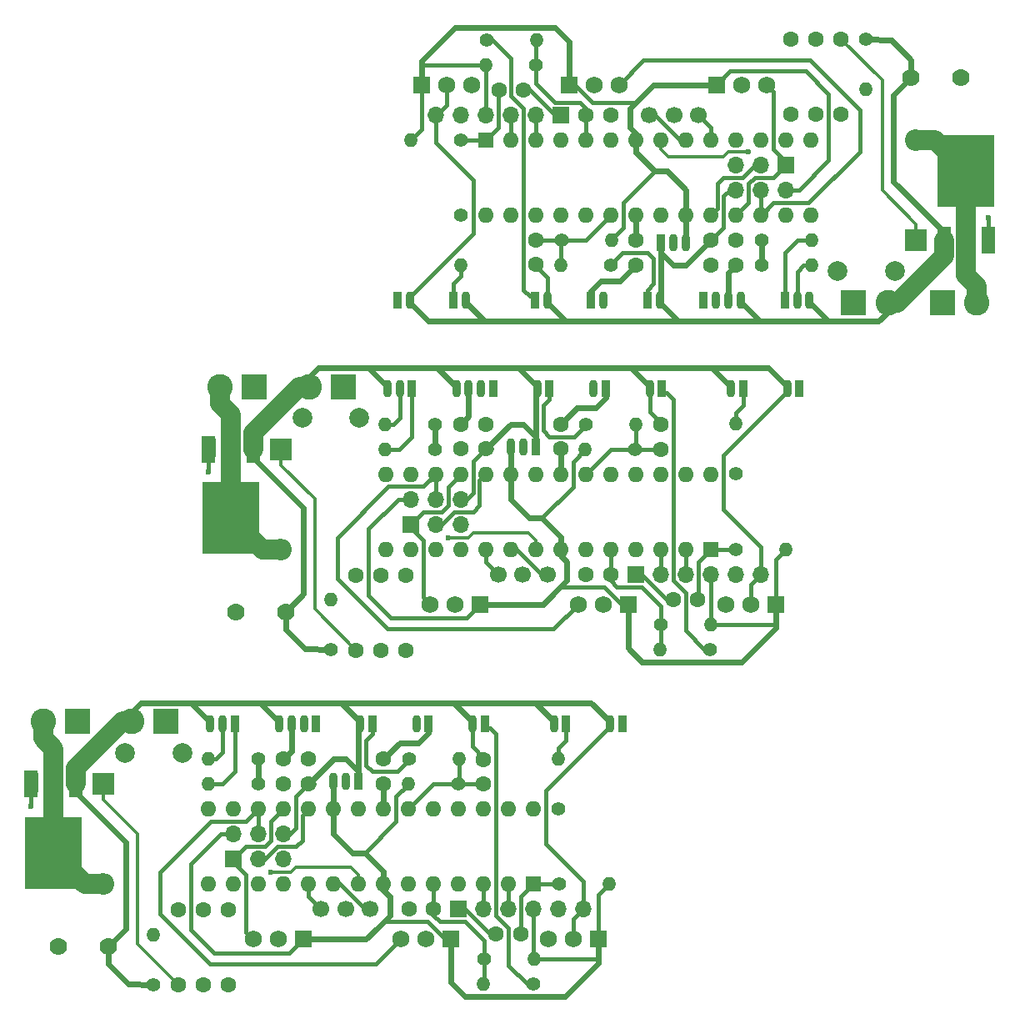
<source format=gbl>
%MOIN*%
%OFA0B0*%
%FSLAX46Y46*%
%IPPOS*%
%LPD*%
%ADD10C,0.0039370078740157488*%
%ADD11O,0.035433070866141732X0.070866141732283464*%
%ADD12R,0.035433070866141732X0.066929133858267723*%
%ADD13R,0.033464566929133861X0.066929133858267723*%
%ADD14O,0.033464566929133861X0.070866141732283464*%
%ADD15C,0.062992125984251982*%
%ADD16R,0.086614173228346469X0.086614173228346469*%
%ADD17O,0.086614173228346469X0.086614173228346469*%
%ADD18C,0.07874015748031496*%
%ADD19C,0.07*%
%ADD20R,0.066929133858267723X0.066929133858267723*%
%ADD21O,0.066929133858267723X0.066929133858267723*%
%ADD22C,0.068897637795275593*%
%ADD23R,0.068897637795275593X0.068897637795275593*%
%ADD24R,0.062992125984251982X0.062992125984251982*%
%ADD25O,0.062992125984251982X0.062992125984251982*%
%ADD26R,0.10236220472440946X0.10236220472440946*%
%ADD27C,0.10236220472440946*%
%ADD28C,0.066929133858267723*%
%ADD29C,0.055118110236220472*%
%ADD30O,0.055118110236220472X0.055118110236220472*%
%ADD31R,0.055118110236220472X0.10629921259842522*%
%ADD32R,0.2283464566929134X0.29133858267716539*%
%ADD33C,0.023622047244094488*%
%ADD34C,0.016*%
%ADD35C,0.024000000000000004*%
%ADD36C,0.012000000000000002*%
%ADD37C,0.08*%
%ADD38C,0.036000000000000004*%
%ADD49C,0.0039370078740157488*%
%ADD50O,0.035433070866141732X0.070866141732283464*%
%ADD51R,0.035433070866141732X0.066929133858267723*%
%ADD52R,0.033464566929133861X0.066929133858267723*%
%ADD53O,0.033464566929133861X0.070866141732283464*%
%ADD54C,0.062992125984251982*%
%ADD55R,0.086614173228346469X0.086614173228346469*%
%ADD56O,0.086614173228346469X0.086614173228346469*%
%ADD57C,0.07874015748031496*%
%ADD58C,0.07*%
%ADD59R,0.066929133858267723X0.066929133858267723*%
%ADD60O,0.066929133858267723X0.066929133858267723*%
%ADD61C,0.068897637795275593*%
%ADD62R,0.068897637795275593X0.068897637795275593*%
%ADD63R,0.062992125984251982X0.062992125984251982*%
%ADD64O,0.062992125984251982X0.062992125984251982*%
%ADD65R,0.10236220472440946X0.10236220472440946*%
%ADD66C,0.10236220472440946*%
%ADD67C,0.066929133858267723*%
%ADD68C,0.055118110236220472*%
%ADD69O,0.055118110236220472X0.055118110236220472*%
%ADD70R,0.055118110236220472X0.10629921259842522*%
%ADD71R,0.2283464566929134X0.29133858267716539*%
%ADD72C,0.023622047244094488*%
%ADD73C,0.016*%
%ADD74C,0.024000000000000004*%
%ADD75C,0.012000000000000002*%
%ADD76C,0.08*%
%ADD77C,0.036000000000000004*%
%ADD78C,0.0039370078740157488*%
%ADD79O,0.035433070866141732X0.070866141732283464*%
%ADD80R,0.035433070866141732X0.066929133858267723*%
%ADD81R,0.033464566929133861X0.066929133858267723*%
%ADD82O,0.033464566929133861X0.070866141732283464*%
%ADD83C,0.062992125984251982*%
%ADD84R,0.086614173228346469X0.086614173228346469*%
%ADD85O,0.086614173228346469X0.086614173228346469*%
%ADD86C,0.07874015748031496*%
%ADD87C,0.07*%
%ADD88R,0.066929133858267723X0.066929133858267723*%
%ADD89O,0.066929133858267723X0.066929133858267723*%
%ADD90C,0.068897637795275593*%
%ADD91R,0.068897637795275593X0.068897637795275593*%
%ADD92R,0.062992125984251982X0.062992125984251982*%
%ADD93O,0.062992125984251982X0.062992125984251982*%
%ADD94R,0.10236220472440946X0.10236220472440946*%
%ADD95C,0.10236220472440946*%
%ADD96C,0.066929133858267723*%
%ADD97C,0.055118110236220472*%
%ADD98O,0.055118110236220472X0.055118110236220472*%
%ADD99R,0.055118110236220472X0.10629921259842522*%
%ADD100R,0.2283464566929134X0.29133858267716539*%
%ADD101C,0.023622047244094488*%
%ADD102C,0.016*%
%ADD103C,0.024000000000000004*%
%ADD104C,0.012000000000000002*%
%ADD105C,0.08*%
%ADD106C,0.036000000000000004*%
G01*
D10*
D11*
X-0004606299Y0004527559D02*
X0001313307Y0000890551D03*
X0001263307Y0000890551D03*
D12*
X0001363307Y0000890551D03*
D13*
X0000868307Y0001122047D03*
D14*
X0000819094Y0001122047D03*
X0000769881Y0001122047D03*
D13*
X0001193307Y0001122047D03*
D14*
X0001144094Y0001122047D03*
X0001094881Y0001122047D03*
X0001045669Y0001122047D03*
D15*
X0000643700Y0000377559D03*
X0000643700Y0000077559D03*
D16*
X0000343307Y0000881299D03*
D17*
X0000343307Y0000481299D03*
D18*
X0000429133Y0001006299D03*
X0000657480Y0001006299D03*
D19*
X0000363307Y0000231299D03*
X0000163307Y0000231299D03*
D20*
X0001763307Y0000381299D03*
D21*
X0001863307Y0000381299D03*
X0001963307Y0000381299D03*
X0002063307Y0000381299D03*
X0002163307Y0000381299D03*
X0002263307Y0000381299D03*
D22*
X0002122755Y0000261220D03*
X0002222755Y0000261220D03*
D23*
X0002322755Y0000261220D03*
D24*
X0002063307Y0000481299D03*
D25*
X0000763307Y0000781299D03*
X0001963307Y0000481299D03*
X0000863307Y0000781299D03*
X0001863307Y0000481299D03*
X0000963307Y0000781299D03*
X0001763307Y0000481299D03*
X0001063307Y0000781299D03*
X0001663307Y0000481299D03*
X0001163307Y0000781299D03*
X0001563307Y0000481299D03*
X0001263307Y0000781299D03*
X0001463307Y0000481299D03*
X0001363307Y0000781299D03*
X0001363307Y0000481299D03*
X0001463307Y0000781299D03*
X0001263307Y0000481299D03*
X0001563307Y0000781299D03*
X0001163307Y0000481299D03*
X0001663307Y0000781299D03*
X0001063307Y0000481299D03*
X0001763307Y0000781299D03*
X0000963307Y0000481299D03*
X0001863307Y0000781299D03*
X0000863307Y0000481299D03*
X0001963307Y0000781299D03*
X0000763307Y0000481299D03*
X0002063307Y0000781299D03*
D26*
X0000593307Y0001131299D03*
D27*
X0000455511Y0001131299D03*
D26*
X0000238307Y0001131299D03*
D27*
X0000100511Y0001131299D03*
D28*
X0001213307Y0000381299D03*
X0001311732Y0000381299D03*
X0001410157Y0000381299D03*
D29*
X0001864881Y0000181299D03*
D30*
X0002064881Y0000181299D03*
D29*
X0002061732Y0000081299D03*
D30*
X0001861732Y0000081299D03*
D15*
X0001463307Y0000981299D03*
X0001463307Y0000882873D03*
X0001163307Y0000981299D03*
X0001163307Y0000882873D03*
X0001663307Y0000381299D03*
X0001564881Y0000381299D03*
X0001063307Y0000981299D03*
X0001063307Y0000882873D03*
X0001913307Y0000281299D03*
X0002011732Y0000281299D03*
D29*
X0002164881Y0000481299D03*
D30*
X0002364881Y0000481299D03*
D15*
X0001863307Y0000881299D03*
X0001863307Y0000979724D03*
D29*
X0001564881Y0000981299D03*
D30*
X0001764881Y0000981299D03*
D29*
X0001761732Y0000881299D03*
D30*
X0001561732Y0000881299D03*
D22*
X0001532204Y0000261220D03*
X0001632204Y0000261220D03*
D23*
X0001732204Y0000261220D03*
D22*
X0000941653Y0000261220D03*
X0001041653Y0000261220D03*
D23*
X0001141653Y0000261220D03*
D29*
X0000961732Y0000881299D03*
D30*
X0000761732Y0000881299D03*
D29*
X0000961732Y0000981299D03*
D30*
X0000761732Y0000981299D03*
D29*
X0002163307Y0000782874D03*
D30*
X0002163307Y0000982874D03*
D15*
X0000743700Y0000377559D03*
X0000743700Y0000077559D03*
D29*
X0000543700Y0000079133D03*
D30*
X0000543700Y0000279133D03*
D20*
X0000863307Y0000581299D03*
D21*
X0000863307Y0000681299D03*
X0000963307Y0000581299D03*
X0000963307Y0000681299D03*
X0001063307Y0000581299D03*
X0001063307Y0000681299D03*
D31*
X0000053543Y0000881496D03*
X0000233070Y0000881496D03*
D32*
X0000143307Y0000606614D03*
D15*
X0000843700Y0000377559D03*
X0000843700Y0000077559D03*
D13*
X0002193307Y0001122047D03*
D14*
X0002144094Y0001122047D03*
D13*
X0001868307Y0001122047D03*
D14*
X0001819094Y0001122047D03*
D13*
X0002418307Y0001122047D03*
D14*
X0002369094Y0001122047D03*
D13*
X0001418307Y0001122047D03*
D14*
X0001369094Y0001122047D03*
D13*
X0001643307Y0001122047D03*
D14*
X0001594094Y0001122047D03*
D33*
X0001013700Y0000527559D03*
X0000053307Y0000791299D03*
D34*
X0002063307Y0000481299D02*
X0002164881Y0000481299D01*
X0002063307Y0000481299D02*
X0002013307Y0000431299D01*
X0002013307Y0000431299D02*
X0002013307Y0000282874D01*
X0002013307Y0000282874D02*
X0002011732Y0000281299D01*
D35*
X0000233070Y0000881496D02*
X0000233070Y0000848188D01*
X0000233070Y0000848188D02*
X0000433700Y0000647559D01*
X0000433700Y0000301692D02*
X0000363307Y0000231299D01*
X0000433700Y0000647559D02*
X0000433700Y0000301692D01*
D36*
X0001363307Y0000517952D02*
X0001363307Y0000481299D01*
X0001333700Y0000547559D02*
X0001363307Y0000517952D01*
X0001113700Y0000547559D02*
X0001333700Y0000547559D01*
X0001093700Y0000527559D02*
X0001113700Y0000547559D01*
X0001013700Y0000527559D02*
X0001093700Y0000527559D01*
D35*
X0000233070Y0000881496D02*
X0000233070Y0000841535D01*
D34*
X0002369094Y0001106299D02*
X0002363307Y0001106299D01*
X0002363307Y0001106299D02*
X0002113307Y0000856299D01*
X0002263307Y0000491299D02*
X0002263307Y0000381299D01*
X0002113307Y0000641299D02*
X0002263307Y0000491299D01*
X0002113307Y0000856299D02*
X0002113307Y0000641299D01*
D35*
X0001363307Y0000906299D02*
X0001363307Y0001100511D01*
X0001363307Y0001100511D02*
X0001369094Y0001106299D01*
D34*
X0001863307Y0000979724D02*
X0001863307Y0000986299D01*
X0001863307Y0000986299D02*
X0001819094Y0001030511D01*
X0001819094Y0001030511D02*
X0001819094Y0001106299D01*
D35*
X0000769881Y0001106299D02*
X0000769881Y0001129724D01*
X0000769881Y0001129724D02*
X0000693307Y0001206299D01*
X0001045669Y0001106299D02*
X0001045669Y0001128936D01*
X0001045669Y0001128936D02*
X0000968307Y0001206299D01*
X0001369094Y0001106299D02*
X0001369094Y0001130511D01*
X0001369094Y0001130511D02*
X0001293307Y0001206299D01*
X0001819094Y0001106299D02*
X0001819094Y0001130511D01*
X0001819094Y0001130511D02*
X0001743307Y0001206299D01*
X0002144094Y0001106299D02*
X0002144094Y0001130511D01*
X0002144094Y0001130511D02*
X0002068307Y0001206299D01*
X0000455511Y0001131299D02*
X0000455511Y0001168503D01*
X0000455511Y0001168503D02*
X0000493307Y0001206299D01*
X0002369094Y0001130511D02*
X0002369094Y0001106299D01*
X0002293307Y0001206299D02*
X0002369094Y0001130511D01*
X0000493307Y0001206299D02*
X0000693307Y0001206299D01*
X0000693307Y0001206299D02*
X0000968307Y0001206299D01*
X0000968307Y0001206299D02*
X0001293307Y0001206299D01*
X0001293307Y0001206299D02*
X0001743307Y0001206299D01*
X0001743307Y0001206299D02*
X0002068307Y0001206299D01*
X0002068307Y0001206299D02*
X0002293307Y0001206299D01*
D37*
X0000233070Y0000881496D02*
X0000233070Y0000946062D01*
X0000233070Y0000946062D02*
X0000418307Y0001131299D01*
X0000418307Y0001131299D02*
X0000455511Y0001131299D01*
D38*
X0000238267Y0000876299D02*
X0000233070Y0000881496D01*
D35*
X0000363307Y0000231299D02*
X0000363307Y0000161299D01*
X0000363307Y0000161299D02*
X0000441732Y0000082874D01*
X0000441732Y0000082874D02*
X0000543700Y0000079133D01*
X0001163307Y0000882873D02*
X0001164881Y0000882873D01*
X0001164881Y0000882873D02*
X0001263307Y0000981299D01*
X0001313307Y0000981299D02*
X0001363307Y0000931299D01*
X0001263307Y0000981299D02*
X0001313307Y0000981299D01*
X0001363307Y0000931299D02*
X0001363307Y0000906299D01*
D34*
X0001063307Y0000681299D02*
X0001088307Y0000681299D01*
X0001088307Y0000681299D02*
X0001113307Y0000706299D01*
X0001113307Y0000706299D02*
X0001113307Y0000832874D01*
X0001113307Y0000832874D02*
X0001163307Y0000882873D01*
D35*
X0001363307Y0000931299D02*
X0001363307Y0000906299D01*
X0001463307Y0000882873D02*
X0001463307Y0000781299D01*
D34*
X0002222755Y0000261220D02*
X0002222755Y0000340748D01*
X0002222755Y0000340748D02*
X0002263307Y0000381299D01*
X0001186732Y0000882873D02*
X0001163307Y0000882873D01*
X0001761732Y0000881299D02*
X0001863307Y0000881299D01*
X0001563307Y0000781299D02*
X0001663307Y0000881299D01*
X0001663307Y0000881299D02*
X0001761732Y0000881299D01*
X0001764881Y0000981299D02*
X0001764881Y0000884448D01*
X0001764881Y0000884448D02*
X0001761732Y0000881299D01*
X0000761732Y0000881299D02*
X0000818307Y0000881299D01*
X0000818307Y0000881299D02*
X0000868307Y0000931299D01*
X0000868307Y0000931299D02*
X0000868307Y0001106299D01*
X0000053307Y0000791299D02*
X0000053543Y0000791535D01*
X0000053543Y0000791535D02*
X0000053543Y0000881496D01*
X0000073543Y0000856496D02*
X0000073543Y0000921062D01*
X0001864881Y0000181299D02*
X0001864881Y0000084448D01*
X0001864881Y0000084448D02*
X0001861732Y0000081299D01*
X0001663307Y0000381299D02*
X0001663307Y0000356299D01*
X0001663307Y0000356299D02*
X0001688307Y0000331299D01*
X0001864881Y0000254724D02*
X0001864881Y0000181299D01*
X0001788307Y0000331299D02*
X0001864881Y0000254724D01*
X0001688307Y0000331299D02*
X0001788307Y0000331299D01*
X0001663307Y0000481299D02*
X0001663307Y0000381299D01*
X0000988307Y0000581299D02*
X0001038307Y0000631299D01*
X0001138307Y0000756299D02*
X0001163307Y0000781299D01*
X0001138307Y0000656299D02*
X0001138307Y0000756299D01*
X0001113307Y0000631299D02*
X0001138307Y0000656299D01*
X0001038307Y0000631299D02*
X0001113307Y0000631299D01*
X0000863307Y0000581299D02*
X0000863307Y0000567952D01*
X0000863307Y0000567952D02*
X0000913700Y0000517559D01*
X0000913700Y0000289173D02*
X0000941653Y0000261220D01*
X0000913700Y0000517559D02*
X0000913700Y0000289173D01*
D36*
X0000863307Y0000581299D02*
X0000863307Y0000577952D01*
D34*
X0001063307Y0000781299D02*
X0001013307Y0000731299D01*
X0000913307Y0000631299D02*
X0000863307Y0000581299D01*
X0000988307Y0000631299D02*
X0000913307Y0000631299D01*
X0001013307Y0000656299D02*
X0000988307Y0000631299D01*
X0001013307Y0000731299D02*
X0001013307Y0000656299D01*
X0000863307Y0000681299D02*
X0000812440Y0000681299D01*
X0000784960Y0000206299D02*
X0000894960Y0000206299D01*
X0000693700Y0000297559D02*
X0000784960Y0000206299D01*
X0000693700Y0000562559D02*
X0000693700Y0000297559D01*
X0000812440Y0000681299D02*
X0000693700Y0000562559D01*
X0001141653Y0000261220D02*
X0001086732Y0000206299D01*
X0000913307Y0000206299D02*
X0001086732Y0000206299D01*
X0000894960Y0000206299D02*
X0000913307Y0000206299D01*
D35*
X0001094881Y0001106299D02*
X0001094881Y0001012874D01*
X0001094881Y0001012874D02*
X0001063307Y0000981299D01*
X0001263307Y0000906299D02*
X0001263307Y0000781299D01*
X0000961732Y0000981299D02*
X0000961732Y0000881299D01*
D34*
X0001732204Y0000261220D02*
X0001708385Y0000261220D01*
X0001708385Y0000261220D02*
X0001638307Y0000331299D01*
X0001463307Y0000331299D02*
X0001438307Y0000306299D01*
X0001638307Y0000331299D02*
X0001463307Y0000331299D01*
X0000961732Y0000881299D02*
X0000961732Y0000879724D01*
X0001561732Y0000881299D02*
X0001561732Y0000879724D01*
X0001561732Y0000879724D02*
X0001513307Y0000831299D01*
X0001513307Y0000831299D02*
X0001513307Y0000731299D01*
X0001513307Y0000731299D02*
X0001388307Y0000606299D01*
X0002322755Y0000261220D02*
X0002322755Y0000439173D01*
X0002322755Y0000439173D02*
X0002364881Y0000481299D01*
D35*
X0001732204Y0000261220D02*
X0001732204Y0000087401D01*
X0002322755Y0000165747D02*
X0002322755Y0000261220D01*
X0002188307Y0000031299D02*
X0002322755Y0000165747D01*
X0001788307Y0000031299D02*
X0002188307Y0000031299D01*
X0001732204Y0000087401D02*
X0001788307Y0000031299D01*
D34*
X0001732204Y0000261220D02*
X0001732204Y0000250196D01*
X0002322755Y0000261220D02*
X0002322755Y0000190747D01*
X0002322755Y0000190747D02*
X0002313307Y0000181299D01*
X0002313307Y0000181299D02*
X0002064881Y0000181299D01*
X0002063307Y0000381299D02*
X0002063307Y0000182873D01*
X0002063307Y0000182873D02*
X0002064881Y0000181299D01*
D35*
X0001463307Y0000481299D02*
X0001463307Y0000456299D01*
X0001463307Y0000456299D02*
X0001488307Y0000431299D01*
X0001393228Y0000261220D02*
X0001141653Y0000261220D01*
X0001488307Y0000356299D02*
X0001438307Y0000306299D01*
X0001438307Y0000306299D02*
X0001393228Y0000261220D01*
X0001488307Y0000431299D02*
X0001488307Y0000356299D01*
X0001263307Y0000781299D02*
X0001263307Y0000681299D01*
X0001338307Y0000606299D02*
X0001388307Y0000606299D01*
X0001263307Y0000681299D02*
X0001338307Y0000606299D01*
X0001388307Y0000606299D02*
X0001463307Y0000531299D01*
X0001463307Y0000531299D02*
X0001463307Y0000481299D01*
D34*
X0001263307Y0000481299D02*
X0001288307Y0000481299D01*
X0001288307Y0000481299D02*
X0001388307Y0000381299D01*
X0001388307Y0000381299D02*
X0001410157Y0000381299D01*
X0001163307Y0000481299D02*
X0001163307Y0000431299D01*
X0001163307Y0000431299D02*
X0001213307Y0000381299D01*
X0000963307Y0000781299D02*
X0000962440Y0000781299D01*
X0000962440Y0000781299D02*
X0000913700Y0000732559D01*
X0001433543Y0000162559D02*
X0001532204Y0000261220D01*
X0000768700Y0000162559D02*
X0001433543Y0000162559D01*
X0000568700Y0000362559D02*
X0000768700Y0000162559D01*
X0000568700Y0000527559D02*
X0000568700Y0000362559D01*
X0000773700Y0000732559D02*
X0000568700Y0000527559D01*
X0000913700Y0000732559D02*
X0000773700Y0000732559D01*
X0000963307Y0000681299D02*
X0000963307Y0000706299D01*
X0000963307Y0000781299D02*
X0000963307Y0000681299D01*
X0001963307Y0000381299D02*
X0001963307Y0000481299D01*
X0001863307Y0000381299D02*
X0001863307Y0000481299D01*
X0001763307Y0000381299D02*
X0001788307Y0000381299D01*
X0001788307Y0000381299D02*
X0001888307Y0000281299D01*
X0001888307Y0000281299D02*
X0001913307Y0000281299D01*
X0001868307Y0001106299D02*
X0001888307Y0001106299D01*
X0001913307Y0000356299D02*
X0001913307Y0001081299D01*
X0001963307Y0000306299D02*
X0001913307Y0000356299D01*
X0001963307Y0000156299D02*
X0001963307Y0000306299D01*
X0001963307Y0000156299D02*
X0002038307Y0000081299D01*
X0001888307Y0001106299D02*
X0001913307Y0001081299D01*
X0002061732Y0000081299D02*
X0002038307Y0000081299D01*
X0001564881Y0000981299D02*
X0001564881Y0000977873D01*
X0001564881Y0000977873D02*
X0001518307Y0000931299D01*
X0001418307Y0001081299D02*
X0001418307Y0001106299D01*
X0001393307Y0001056299D02*
X0001418307Y0001081299D01*
X0001393307Y0000956299D02*
X0001393307Y0001056299D01*
X0001418307Y0000931299D02*
X0001393307Y0000956299D01*
X0001518307Y0000931299D02*
X0001418307Y0000931299D01*
X0001564881Y0000981299D02*
X0001563307Y0000981299D01*
X0000761732Y0000981299D02*
X0000793307Y0000981299D01*
X0000819094Y0001007086D02*
X0000819094Y0001106299D01*
X0000793307Y0000981299D02*
X0000819094Y0001007086D01*
D36*
X0000343307Y0000881299D02*
X0000343307Y0000817952D01*
X0000478700Y0000242559D02*
X0000643700Y0000077559D01*
X0000478700Y0000682559D02*
X0000478700Y0000242559D01*
X0000343307Y0000817952D02*
X0000478700Y0000682559D01*
D37*
X0000343307Y0000481299D02*
X0000268622Y0000481299D01*
X0000268622Y0000481299D02*
X0000143307Y0000606614D01*
X0000100511Y0001131299D02*
X0000100511Y0001064094D01*
X0000143307Y0001021299D02*
X0000143307Y0000606614D01*
X0000100511Y0001064094D02*
X0000143307Y0001021299D01*
D35*
X0001463307Y0000981299D02*
X0001528307Y0001046299D01*
X0001643307Y0001086299D02*
X0001643307Y0001106299D01*
X0001603307Y0001046299D02*
X0001643307Y0001086299D01*
X0001528307Y0001046299D02*
X0001603307Y0001046299D01*
D34*
X0002163307Y0000982874D02*
X0002163307Y0001026299D01*
X0002163307Y0001026299D02*
X0002193307Y0001056299D01*
X0002193307Y0001056299D02*
X0002193307Y0001106299D01*
G04 next file*
G04 #@! TF.FileFunction,Copper,L2,Bot,Signal*
G04 Gerber Fmt 4.6, Leading zero omitted, Abs format (unit mm)*
G04 Created by KiCad (PCBNEW 4.0.7) date 08/30/19 18:47:50*
G01*
G04 APERTURE LIST*
G04 APERTURE END LIST*
D49*
D50*
X-0003897637Y0005866141D02*
X0002021968Y0002229133D03*
X0001971968Y0002229133D03*
D51*
X0002071968Y0002229133D03*
D52*
X0001576968Y0002460629D03*
D53*
X0001527755Y0002460629D03*
X0001478543Y0002460629D03*
D52*
X0001901968Y0002460629D03*
D53*
X0001852755Y0002460629D03*
X0001803543Y0002460629D03*
X0001754330Y0002460629D03*
D54*
X0001352362Y0001716141D03*
X0001352362Y0001416141D03*
D55*
X0001051968Y0002219881D03*
D56*
X0001051968Y0001819881D03*
D57*
X0001137795Y0002344881D03*
X0001366141Y0002344881D03*
D58*
X0001071968Y0001569881D03*
X0000871968Y0001569881D03*
D59*
X0002471968Y0001719881D03*
D60*
X0002571968Y0001719881D03*
X0002671968Y0001719881D03*
X0002771968Y0001719881D03*
X0002871968Y0001719881D03*
X0002971968Y0001719881D03*
D61*
X0002831417Y0001599803D03*
X0002931417Y0001599803D03*
D62*
X0003031417Y0001599803D03*
D63*
X0002771968Y0001819881D03*
D64*
X0001471968Y0002119881D03*
X0002671968Y0001819881D03*
X0001571968Y0002119881D03*
X0002571968Y0001819881D03*
X0001671968Y0002119881D03*
X0002471968Y0001819881D03*
X0001771968Y0002119881D03*
X0002371968Y0001819881D03*
X0001871968Y0002119881D03*
X0002271968Y0001819881D03*
X0001971968Y0002119881D03*
X0002171968Y0001819881D03*
X0002071968Y0002119881D03*
X0002071968Y0001819881D03*
X0002171968Y0002119881D03*
X0001971968Y0001819881D03*
X0002271968Y0002119881D03*
X0001871968Y0001819881D03*
X0002371968Y0002119881D03*
X0001771968Y0001819881D03*
X0002471968Y0002119881D03*
X0001671968Y0001819881D03*
X0002571968Y0002119881D03*
X0001571968Y0001819881D03*
X0002671968Y0002119881D03*
X0001471968Y0001819881D03*
X0002771968Y0002119881D03*
D65*
X0001301968Y0002469881D03*
D66*
X0001164173Y0002469881D03*
D65*
X0000946968Y0002469881D03*
D66*
X0000809173Y0002469881D03*
D67*
X0001921968Y0001719881D03*
X0002020393Y0001719881D03*
X0002118818Y0001719881D03*
D68*
X0002573543Y0001519881D03*
D69*
X0002773543Y0001519881D03*
D68*
X0002770393Y0001419881D03*
D69*
X0002570393Y0001419881D03*
D54*
X0002171968Y0002319881D03*
X0002171968Y0002221456D03*
X0001871968Y0002319881D03*
X0001871968Y0002221456D03*
X0002371968Y0001719881D03*
X0002273543Y0001719881D03*
X0001771968Y0002319881D03*
X0001771968Y0002221456D03*
X0002621968Y0001619881D03*
X0002720393Y0001619881D03*
D68*
X0002873543Y0001819881D03*
D69*
X0003073543Y0001819881D03*
D54*
X0002571968Y0002219881D03*
X0002571968Y0002318307D03*
D68*
X0002273543Y0002319881D03*
D69*
X0002473543Y0002319881D03*
D68*
X0002470393Y0002219881D03*
D69*
X0002270393Y0002219881D03*
D61*
X0002240866Y0001599803D03*
X0002340866Y0001599803D03*
D62*
X0002440866Y0001599803D03*
D61*
X0001650314Y0001599803D03*
X0001750314Y0001599803D03*
D62*
X0001850314Y0001599803D03*
D68*
X0001670393Y0002219881D03*
D69*
X0001470393Y0002219881D03*
D68*
X0001670393Y0002319881D03*
D69*
X0001470393Y0002319881D03*
D68*
X0002871968Y0002121456D03*
D69*
X0002871968Y0002321456D03*
D54*
X0001452362Y0001716141D03*
X0001452362Y0001416141D03*
D68*
X0001252362Y0001417716D03*
D69*
X0001252362Y0001617716D03*
D59*
X0001571968Y0001919881D03*
D60*
X0001571968Y0002019881D03*
X0001671968Y0001919881D03*
X0001671968Y0002019881D03*
X0001771968Y0001919881D03*
X0001771968Y0002019881D03*
D70*
X0000762204Y0002220078D03*
X0000941732Y0002220078D03*
D71*
X0000851968Y0001945196D03*
D54*
X0001552362Y0001716141D03*
X0001552362Y0001416141D03*
D52*
X0002901968Y0002460629D03*
D53*
X0002852755Y0002460629D03*
D52*
X0002576968Y0002460629D03*
D53*
X0002527755Y0002460629D03*
D52*
X0003126968Y0002460629D03*
D53*
X0003077755Y0002460629D03*
D52*
X0002126968Y0002460629D03*
D53*
X0002077755Y0002460629D03*
D52*
X0002351968Y0002460629D03*
D53*
X0002302755Y0002460629D03*
D72*
X0001722362Y0001866141D03*
X0000761968Y0002129881D03*
D73*
X0002771968Y0001819881D02*
X0002873543Y0001819881D01*
X0002771968Y0001819881D02*
X0002721968Y0001769881D01*
X0002721968Y0001769881D02*
X0002721968Y0001621456D01*
X0002721968Y0001621456D02*
X0002720393Y0001619881D01*
D74*
X0000941732Y0002220078D02*
X0000941732Y0002186771D01*
X0000941732Y0002186771D02*
X0001142362Y0001986141D01*
X0001142362Y0001640275D02*
X0001071968Y0001569881D01*
X0001142362Y0001986141D02*
X0001142362Y0001640275D01*
D75*
X0002071968Y0001856535D02*
X0002071968Y0001819881D01*
X0002042362Y0001886141D02*
X0002071968Y0001856535D01*
X0001822362Y0001886141D02*
X0002042362Y0001886141D01*
X0001802362Y0001866141D02*
X0001822362Y0001886141D01*
X0001722362Y0001866141D02*
X0001802362Y0001866141D01*
D74*
X0000941732Y0002220078D02*
X0000941732Y0002180118D01*
D73*
X0003077755Y0002444881D02*
X0003071968Y0002444881D01*
X0003071968Y0002444881D02*
X0002821968Y0002194881D01*
X0002971968Y0001829881D02*
X0002971968Y0001719881D01*
X0002821968Y0001979881D02*
X0002971968Y0001829881D01*
X0002821968Y0002194881D02*
X0002821968Y0001979881D01*
D74*
X0002071968Y0002244881D02*
X0002071968Y0002439094D01*
X0002071968Y0002439094D02*
X0002077755Y0002444881D01*
D73*
X0002571968Y0002318307D02*
X0002571968Y0002324881D01*
X0002571968Y0002324881D02*
X0002527755Y0002369094D01*
X0002527755Y0002369094D02*
X0002527755Y0002444881D01*
D74*
X0001478543Y0002444881D02*
X0001478543Y0002468307D01*
X0001478543Y0002468307D02*
X0001401968Y0002544881D01*
X0001754330Y0002444881D02*
X0001754330Y0002467519D01*
X0001754330Y0002467519D02*
X0001676968Y0002544881D01*
X0002077755Y0002444881D02*
X0002077755Y0002469094D01*
X0002077755Y0002469094D02*
X0002001968Y0002544881D01*
X0002527755Y0002444881D02*
X0002527755Y0002469094D01*
X0002527755Y0002469094D02*
X0002451968Y0002544881D01*
X0002852755Y0002444881D02*
X0002852755Y0002469094D01*
X0002852755Y0002469094D02*
X0002776968Y0002544881D01*
X0001164173Y0002469881D02*
X0001164173Y0002507086D01*
X0001164173Y0002507086D02*
X0001201968Y0002544881D01*
X0003077755Y0002469094D02*
X0003077755Y0002444881D01*
X0003001968Y0002544881D02*
X0003077755Y0002469094D01*
X0001201968Y0002544881D02*
X0001401968Y0002544881D01*
X0001401968Y0002544881D02*
X0001676968Y0002544881D01*
X0001676968Y0002544881D02*
X0002001968Y0002544881D01*
X0002001968Y0002544881D02*
X0002451968Y0002544881D01*
X0002451968Y0002544881D02*
X0002776968Y0002544881D01*
X0002776968Y0002544881D02*
X0003001968Y0002544881D01*
D76*
X0000941732Y0002220078D02*
X0000941732Y0002284645D01*
X0000941732Y0002284645D02*
X0001126968Y0002469881D01*
X0001126968Y0002469881D02*
X0001164173Y0002469881D01*
D77*
X0000946929Y0002214881D02*
X0000941732Y0002220078D01*
D74*
X0001071968Y0001569881D02*
X0001071968Y0001499881D01*
X0001071968Y0001499881D02*
X0001150393Y0001421456D01*
X0001150393Y0001421456D02*
X0001252362Y0001417716D01*
X0001871968Y0002221456D02*
X0001873543Y0002221456D01*
X0001873543Y0002221456D02*
X0001971968Y0002319881D01*
X0002021968Y0002319881D02*
X0002071968Y0002269881D01*
X0001971968Y0002319881D02*
X0002021968Y0002319881D01*
X0002071968Y0002269881D02*
X0002071968Y0002244881D01*
D73*
X0001771968Y0002019881D02*
X0001796968Y0002019881D01*
X0001796968Y0002019881D02*
X0001821968Y0002044881D01*
X0001821968Y0002044881D02*
X0001821968Y0002171456D01*
X0001821968Y0002171456D02*
X0001871968Y0002221456D01*
D74*
X0002071968Y0002269881D02*
X0002071968Y0002244881D01*
X0002171968Y0002221456D02*
X0002171968Y0002119881D01*
D73*
X0002931417Y0001599803D02*
X0002931417Y0001679330D01*
X0002931417Y0001679330D02*
X0002971968Y0001719881D01*
X0001895393Y0002221456D02*
X0001871968Y0002221456D01*
X0002470393Y0002219881D02*
X0002571968Y0002219881D01*
X0002271968Y0002119881D02*
X0002371968Y0002219881D01*
X0002371968Y0002219881D02*
X0002470393Y0002219881D01*
X0002473543Y0002319881D02*
X0002473543Y0002223031D01*
X0002473543Y0002223031D02*
X0002470393Y0002219881D01*
X0001470393Y0002219881D02*
X0001526968Y0002219881D01*
X0001526968Y0002219881D02*
X0001576968Y0002269881D01*
X0001576968Y0002269881D02*
X0001576968Y0002444881D01*
X0000761968Y0002129881D02*
X0000762204Y0002130118D01*
X0000762204Y0002130118D02*
X0000762204Y0002220078D01*
X0000782204Y0002195078D02*
X0000782204Y0002259645D01*
X0002573543Y0001519881D02*
X0002573543Y0001423031D01*
X0002573543Y0001423031D02*
X0002570393Y0001419881D01*
X0002371968Y0001719881D02*
X0002371968Y0001694881D01*
X0002371968Y0001694881D02*
X0002396968Y0001669881D01*
X0002573543Y0001593307D02*
X0002573543Y0001519881D01*
X0002496968Y0001669881D02*
X0002573543Y0001593307D01*
X0002396968Y0001669881D02*
X0002496968Y0001669881D01*
X0002371968Y0001819881D02*
X0002371968Y0001719881D01*
X0001696968Y0001919881D02*
X0001746968Y0001969881D01*
X0001846968Y0002094881D02*
X0001871968Y0002119881D01*
X0001846968Y0001994881D02*
X0001846968Y0002094881D01*
X0001821968Y0001969881D02*
X0001846968Y0001994881D01*
X0001746968Y0001969881D02*
X0001821968Y0001969881D01*
X0001571968Y0001919881D02*
X0001571968Y0001906535D01*
X0001571968Y0001906535D02*
X0001622362Y0001856141D01*
X0001622362Y0001627755D02*
X0001650314Y0001599803D01*
X0001622362Y0001856141D02*
X0001622362Y0001627755D01*
D75*
X0001571968Y0001919881D02*
X0001571968Y0001916535D01*
D73*
X0001771968Y0002119881D02*
X0001721968Y0002069881D01*
X0001621968Y0001969881D02*
X0001571968Y0001919881D01*
X0001696968Y0001969881D02*
X0001621968Y0001969881D01*
X0001721968Y0001994881D02*
X0001696968Y0001969881D01*
X0001721968Y0002069881D02*
X0001721968Y0001994881D01*
X0001571968Y0002019881D02*
X0001521102Y0002019881D01*
X0001493622Y0001544881D02*
X0001603622Y0001544881D01*
X0001402362Y0001636141D02*
X0001493622Y0001544881D01*
X0001402362Y0001901141D02*
X0001402362Y0001636141D01*
X0001521102Y0002019881D02*
X0001402362Y0001901141D01*
X0001850314Y0001599803D02*
X0001795393Y0001544881D01*
X0001621968Y0001544881D02*
X0001795393Y0001544881D01*
X0001603622Y0001544881D02*
X0001621968Y0001544881D01*
D74*
X0001803543Y0002444881D02*
X0001803543Y0002351456D01*
X0001803543Y0002351456D02*
X0001771968Y0002319881D01*
X0001971968Y0002244881D02*
X0001971968Y0002119881D01*
X0001670393Y0002319881D02*
X0001670393Y0002219881D01*
D73*
X0002440866Y0001599803D02*
X0002417047Y0001599803D01*
X0002417047Y0001599803D02*
X0002346968Y0001669881D01*
X0002171968Y0001669881D02*
X0002146968Y0001644881D01*
X0002346968Y0001669881D02*
X0002171968Y0001669881D01*
X0001670393Y0002219881D02*
X0001670393Y0002218307D01*
X0002270393Y0002219881D02*
X0002270393Y0002218307D01*
X0002270393Y0002218307D02*
X0002221968Y0002169881D01*
X0002221968Y0002169881D02*
X0002221968Y0002069881D01*
X0002221968Y0002069881D02*
X0002096968Y0001944881D01*
X0003031417Y0001599803D02*
X0003031417Y0001777755D01*
X0003031417Y0001777755D02*
X0003073543Y0001819881D01*
D74*
X0002440866Y0001599803D02*
X0002440866Y0001425984D01*
X0003031417Y0001504330D02*
X0003031417Y0001599803D01*
X0002896968Y0001369881D02*
X0003031417Y0001504330D01*
X0002496968Y0001369881D02*
X0002896968Y0001369881D01*
X0002440866Y0001425984D02*
X0002496968Y0001369881D01*
D73*
X0002440866Y0001599803D02*
X0002440866Y0001588779D01*
X0003031417Y0001599803D02*
X0003031417Y0001529330D01*
X0003031417Y0001529330D02*
X0003021968Y0001519881D01*
X0003021968Y0001519881D02*
X0002773543Y0001519881D01*
X0002771968Y0001719881D02*
X0002771968Y0001521456D01*
X0002771968Y0001521456D02*
X0002773543Y0001519881D01*
D74*
X0002171968Y0001819881D02*
X0002171968Y0001794881D01*
X0002171968Y0001794881D02*
X0002196968Y0001769881D01*
X0002101889Y0001599803D02*
X0001850314Y0001599803D01*
X0002196968Y0001694881D02*
X0002146968Y0001644881D01*
X0002146968Y0001644881D02*
X0002101889Y0001599803D01*
X0002196968Y0001769881D02*
X0002196968Y0001694881D01*
X0001971968Y0002119881D02*
X0001971968Y0002019881D01*
X0002046968Y0001944881D02*
X0002096968Y0001944881D01*
X0001971968Y0002019881D02*
X0002046968Y0001944881D01*
X0002096968Y0001944881D02*
X0002171968Y0001869881D01*
X0002171968Y0001869881D02*
X0002171968Y0001819881D01*
D73*
X0001971968Y0001819881D02*
X0001996968Y0001819881D01*
X0001996968Y0001819881D02*
X0002096968Y0001719881D01*
X0002096968Y0001719881D02*
X0002118818Y0001719881D01*
X0001871968Y0001819881D02*
X0001871968Y0001769881D01*
X0001871968Y0001769881D02*
X0001921968Y0001719881D01*
X0001671968Y0002119881D02*
X0001671102Y0002119881D01*
X0001671102Y0002119881D02*
X0001622362Y0002071141D01*
X0002142204Y0001501141D02*
X0002240866Y0001599803D01*
X0001477362Y0001501141D02*
X0002142204Y0001501141D01*
X0001277362Y0001701141D02*
X0001477362Y0001501141D01*
X0001277362Y0001866141D02*
X0001277362Y0001701141D01*
X0001482362Y0002071141D02*
X0001277362Y0001866141D01*
X0001622362Y0002071141D02*
X0001482362Y0002071141D01*
X0001671968Y0002019881D02*
X0001671968Y0002044881D01*
X0001671968Y0002119881D02*
X0001671968Y0002019881D01*
X0002671968Y0001719881D02*
X0002671968Y0001819881D01*
X0002571968Y0001719881D02*
X0002571968Y0001819881D01*
X0002471968Y0001719881D02*
X0002496968Y0001719881D01*
X0002496968Y0001719881D02*
X0002596968Y0001619881D01*
X0002596968Y0001619881D02*
X0002621968Y0001619881D01*
X0002576968Y0002444881D02*
X0002596968Y0002444881D01*
X0002621968Y0001694881D02*
X0002621968Y0002419881D01*
X0002671968Y0001644881D02*
X0002621968Y0001694881D01*
X0002671968Y0001494881D02*
X0002671968Y0001644881D01*
X0002671968Y0001494881D02*
X0002746968Y0001419881D01*
X0002596968Y0002444881D02*
X0002621968Y0002419881D01*
X0002770393Y0001419881D02*
X0002746968Y0001419881D01*
X0002273543Y0002319881D02*
X0002273543Y0002316456D01*
X0002273543Y0002316456D02*
X0002226968Y0002269881D01*
X0002126968Y0002419881D02*
X0002126968Y0002444881D01*
X0002101968Y0002394881D02*
X0002126968Y0002419881D01*
X0002101968Y0002294881D02*
X0002101968Y0002394881D01*
X0002126968Y0002269881D02*
X0002101968Y0002294881D01*
X0002226968Y0002269881D02*
X0002126968Y0002269881D01*
X0002273543Y0002319881D02*
X0002271968Y0002319881D01*
X0001470393Y0002319881D02*
X0001501968Y0002319881D01*
X0001527755Y0002345669D02*
X0001527755Y0002444881D01*
X0001501968Y0002319881D02*
X0001527755Y0002345669D01*
D75*
X0001051968Y0002219881D02*
X0001051968Y0002156535D01*
X0001187362Y0001581141D02*
X0001352362Y0001416141D01*
X0001187362Y0002021141D02*
X0001187362Y0001581141D01*
X0001051968Y0002156535D02*
X0001187362Y0002021141D01*
D76*
X0001051968Y0001819881D02*
X0000977283Y0001819881D01*
X0000977283Y0001819881D02*
X0000851968Y0001945196D01*
X0000809173Y0002469881D02*
X0000809173Y0002402677D01*
X0000851968Y0002359881D02*
X0000851968Y0001945196D01*
X0000809173Y0002402677D02*
X0000851968Y0002359881D01*
D74*
X0002171968Y0002319881D02*
X0002236968Y0002384881D01*
X0002351968Y0002424881D02*
X0002351968Y0002444881D01*
X0002311968Y0002384881D02*
X0002351968Y0002424881D01*
X0002236968Y0002384881D02*
X0002311968Y0002384881D01*
D73*
X0002871968Y0002321456D02*
X0002871968Y0002364881D01*
X0002871968Y0002364881D02*
X0002901968Y0002394881D01*
X0002901968Y0002394881D02*
X0002901968Y0002444881D01*
G04 next file*
G04 #@! TF.FileFunction,Copper,L2,Bot,Signal*
G04 Gerber Fmt 4.6, Leading zero omitted, Abs format (unit mm)*
G04 Created by KiCad (PCBNEW 4.0.7) date 08/30/19 18:47:50*
G01*
G04 APERTURE LIST*
G04 APERTURE END LIST*
D78*
D79*
X0008543307Y-0000590551D02*
X0002623700Y0003046456D03*
X0002673700Y0003046456D03*
D80*
X0002573700Y0003046456D03*
D81*
X0003068700Y0002814960D03*
D82*
X0003117913Y0002814960D03*
X0003167125Y0002814960D03*
D81*
X0002743700Y0002814960D03*
D82*
X0002792913Y0002814960D03*
X0002842125Y0002814960D03*
X0002891338Y0002814960D03*
D83*
X0003293307Y0003559448D03*
X0003293307Y0003859448D03*
D84*
X0003593700Y0003055708D03*
D85*
X0003593700Y0003455708D03*
D86*
X0003507874Y0002930708D03*
X0003279527Y0002930708D03*
D87*
X0003573700Y0003705708D03*
X0003773700Y0003705708D03*
D88*
X0002173700Y0003555708D03*
D89*
X0002073700Y0003555708D03*
X0001973700Y0003555708D03*
X0001873700Y0003555708D03*
X0001773700Y0003555708D03*
X0001673700Y0003555708D03*
D90*
X0001814251Y0003675787D03*
X0001714251Y0003675787D03*
D91*
X0001614251Y0003675787D03*
D92*
X0001873700Y0003455708D03*
D93*
X0003173700Y0003155708D03*
X0001973700Y0003455708D03*
X0003073700Y0003155708D03*
X0002073700Y0003455708D03*
X0002973700Y0003155708D03*
X0002173700Y0003455708D03*
X0002873700Y0003155708D03*
X0002273700Y0003455708D03*
X0002773700Y0003155708D03*
X0002373700Y0003455708D03*
X0002673700Y0003155708D03*
X0002473700Y0003455708D03*
X0002573700Y0003155708D03*
X0002573700Y0003455708D03*
X0002473700Y0003155708D03*
X0002673700Y0003455708D03*
X0002373700Y0003155708D03*
X0002773700Y0003455708D03*
X0002273700Y0003155708D03*
X0002873700Y0003455708D03*
X0002173700Y0003155708D03*
X0002973700Y0003455708D03*
X0002073700Y0003155708D03*
X0003073700Y0003455708D03*
X0001973700Y0003155708D03*
X0003173700Y0003455708D03*
X0001873700Y0003155708D03*
D94*
X0003343700Y0002805708D03*
D95*
X0003481496Y0002805708D03*
D94*
X0003698700Y0002805708D03*
D95*
X0003836496Y0002805708D03*
D96*
X0002723700Y0003555708D03*
X0002625275Y0003555708D03*
X0002526850Y0003555708D03*
D97*
X0002072125Y0003755708D03*
D98*
X0001872125Y0003755708D03*
D97*
X0001875275Y0003855708D03*
D98*
X0002075275Y0003855708D03*
D83*
X0002473700Y0002955708D03*
X0002473700Y0003054133D03*
X0002773700Y0002955708D03*
X0002773700Y0003054133D03*
X0002273700Y0003555708D03*
X0002372125Y0003555708D03*
X0002873700Y0002955708D03*
X0002873700Y0003054133D03*
X0002023700Y0003655708D03*
X0001925275Y0003655708D03*
D97*
X0001772125Y0003455708D03*
D98*
X0001572125Y0003455708D03*
D83*
X0002073700Y0003055708D03*
X0002073700Y0002957283D03*
D97*
X0002372125Y0002955708D03*
D98*
X0002172125Y0002955708D03*
D97*
X0002175275Y0003055708D03*
D98*
X0002375275Y0003055708D03*
D90*
X0002404803Y0003675787D03*
X0002304803Y0003675787D03*
D91*
X0002204803Y0003675787D03*
D90*
X0002995354Y0003675787D03*
X0002895354Y0003675787D03*
D91*
X0002795354Y0003675787D03*
D97*
X0002975275Y0003055708D03*
D98*
X0003175275Y0003055708D03*
D97*
X0002975275Y0002955708D03*
D98*
X0003175275Y0002955708D03*
D97*
X0001773700Y0003154133D03*
D98*
X0001773700Y0002954133D03*
D83*
X0003193307Y0003559448D03*
X0003193307Y0003859448D03*
D97*
X0003393307Y0003857874D03*
D98*
X0003393307Y0003657874D03*
D88*
X0003073700Y0003355708D03*
D89*
X0003073700Y0003255708D03*
X0002973700Y0003355708D03*
X0002973700Y0003255708D03*
X0002873700Y0003355708D03*
X0002873700Y0003255708D03*
D99*
X0003883464Y0003055511D03*
X0003703937Y0003055511D03*
D100*
X0003793700Y0003330393D03*
D83*
X0003093307Y0003559448D03*
X0003093307Y0003859448D03*
D81*
X0001743700Y0002814960D03*
D82*
X0001792913Y0002814960D03*
D81*
X0002068700Y0002814960D03*
D82*
X0002117913Y0002814960D03*
D81*
X0001518700Y0002814960D03*
D82*
X0001567913Y0002814960D03*
D81*
X0002518700Y0002814960D03*
D82*
X0002567913Y0002814960D03*
D81*
X0002293700Y0002814960D03*
D82*
X0002342913Y0002814960D03*
D101*
X0002923307Y0003409448D03*
X0003883700Y0003145708D03*
D102*
X0001873700Y0003455708D02*
X0001772125Y0003455708D01*
X0001873700Y0003455708D02*
X0001923700Y0003505708D01*
X0001923700Y0003505708D02*
X0001923700Y0003654133D01*
X0001923700Y0003654133D02*
X0001925275Y0003655708D01*
D103*
X0003703937Y0003055511D02*
X0003703937Y0003088818D01*
X0003703937Y0003088818D02*
X0003503307Y0003289448D01*
X0003503307Y0003635314D02*
X0003573700Y0003705708D01*
X0003503307Y0003289448D02*
X0003503307Y0003635314D01*
D104*
X0002573700Y0003419055D02*
X0002573700Y0003455708D01*
X0002603307Y0003389448D02*
X0002573700Y0003419055D01*
X0002823307Y0003389448D02*
X0002603307Y0003389448D01*
X0002843307Y0003409448D02*
X0002823307Y0003389448D01*
X0002923307Y0003409448D02*
X0002843307Y0003409448D01*
D103*
X0003703937Y0003055511D02*
X0003703937Y0003095472D01*
D102*
X0001567913Y0002830708D02*
X0001573700Y0002830708D01*
X0001573700Y0002830708D02*
X0001823700Y0003080708D01*
X0001673700Y0003445708D02*
X0001673700Y0003555708D01*
X0001823700Y0003295708D02*
X0001673700Y0003445708D01*
X0001823700Y0003080708D02*
X0001823700Y0003295708D01*
D103*
X0002573700Y0003030708D02*
X0002573700Y0002836496D01*
X0002573700Y0002836496D02*
X0002567913Y0002830708D01*
D102*
X0002073700Y0002957283D02*
X0002073700Y0002950708D01*
X0002073700Y0002950708D02*
X0002117913Y0002906496D01*
X0002117913Y0002906496D02*
X0002117913Y0002830708D01*
D103*
X0003167125Y0002830708D02*
X0003167125Y0002807283D01*
X0003167125Y0002807283D02*
X0003243700Y0002730708D01*
X0002891338Y0002830708D02*
X0002891338Y0002808070D01*
X0002891338Y0002808070D02*
X0002968700Y0002730708D01*
X0002567913Y0002830708D02*
X0002567913Y0002806496D01*
X0002567913Y0002806496D02*
X0002643700Y0002730708D01*
X0002117913Y0002830708D02*
X0002117913Y0002806496D01*
X0002117913Y0002806496D02*
X0002193700Y0002730708D01*
X0001792913Y0002830708D02*
X0001792913Y0002806496D01*
X0001792913Y0002806496D02*
X0001868700Y0002730708D01*
X0003481496Y0002805708D02*
X0003481496Y0002768503D01*
X0003481496Y0002768503D02*
X0003443700Y0002730708D01*
X0001567913Y0002806496D02*
X0001567913Y0002830708D01*
X0001643700Y0002730708D02*
X0001567913Y0002806496D01*
X0003443700Y0002730708D02*
X0003243700Y0002730708D01*
X0003243700Y0002730708D02*
X0002968700Y0002730708D01*
X0002968700Y0002730708D02*
X0002643700Y0002730708D01*
X0002643700Y0002730708D02*
X0002193700Y0002730708D01*
X0002193700Y0002730708D02*
X0001868700Y0002730708D01*
X0001868700Y0002730708D02*
X0001643700Y0002730708D01*
D105*
X0003703937Y0003055511D02*
X0003703937Y0002990944D01*
X0003703937Y0002990944D02*
X0003518700Y0002805708D01*
X0003518700Y0002805708D02*
X0003481496Y0002805708D01*
D106*
X0003698740Y0003060708D02*
X0003703937Y0003055511D01*
D103*
X0003573700Y0003705708D02*
X0003573700Y0003775708D01*
X0003573700Y0003775708D02*
X0003495275Y0003854133D01*
X0003495275Y0003854133D02*
X0003393307Y0003857874D01*
X0002773700Y0003054133D02*
X0002772125Y0003054133D01*
X0002772125Y0003054133D02*
X0002673700Y0002955708D01*
X0002623700Y0002955708D02*
X0002573700Y0003005708D01*
X0002673700Y0002955708D02*
X0002623700Y0002955708D01*
X0002573700Y0003005708D02*
X0002573700Y0003030708D01*
D102*
X0002873700Y0003255708D02*
X0002848700Y0003255708D01*
X0002848700Y0003255708D02*
X0002823700Y0003230708D01*
X0002823700Y0003230708D02*
X0002823700Y0003104133D01*
X0002823700Y0003104133D02*
X0002773700Y0003054133D01*
D103*
X0002573700Y0003005708D02*
X0002573700Y0003030708D01*
X0002473700Y0003054133D02*
X0002473700Y0003155708D01*
D102*
X0001714251Y0003675787D02*
X0001714251Y0003596259D01*
X0001714251Y0003596259D02*
X0001673700Y0003555708D01*
X0002750275Y0003054133D02*
X0002773700Y0003054133D01*
X0002175275Y0003055708D02*
X0002073700Y0003055708D01*
X0002373700Y0003155708D02*
X0002273700Y0003055708D01*
X0002273700Y0003055708D02*
X0002175275Y0003055708D01*
X0002172125Y0002955708D02*
X0002172125Y0003052559D01*
X0002172125Y0003052559D02*
X0002175275Y0003055708D01*
X0003175275Y0003055708D02*
X0003118700Y0003055708D01*
X0003118700Y0003055708D02*
X0003068700Y0003005708D01*
X0003068700Y0003005708D02*
X0003068700Y0002830708D01*
X0003883700Y0003145708D02*
X0003883464Y0003145472D01*
X0003883464Y0003145472D02*
X0003883464Y0003055511D01*
X0003863464Y0003080511D02*
X0003863464Y0003015944D01*
X0002072125Y0003755708D02*
X0002072125Y0003852559D01*
X0002072125Y0003852559D02*
X0002075275Y0003855708D01*
X0002273700Y0003555708D02*
X0002273700Y0003580708D01*
X0002273700Y0003580708D02*
X0002248700Y0003605708D01*
X0002072125Y0003682283D02*
X0002072125Y0003755708D01*
X0002148700Y0003605708D02*
X0002072125Y0003682283D01*
X0002248700Y0003605708D02*
X0002148700Y0003605708D01*
X0002273700Y0003455708D02*
X0002273700Y0003555708D01*
X0002948700Y0003355708D02*
X0002898700Y0003305708D01*
X0002798700Y0003180708D02*
X0002773700Y0003155708D01*
X0002798700Y0003280708D02*
X0002798700Y0003180708D01*
X0002823700Y0003305708D02*
X0002798700Y0003280708D01*
X0002898700Y0003305708D02*
X0002823700Y0003305708D01*
X0003073700Y0003355708D02*
X0003073700Y0003369055D01*
X0003073700Y0003369055D02*
X0003023307Y0003419448D01*
X0003023307Y0003647834D02*
X0002995354Y0003675787D01*
X0003023307Y0003419448D02*
X0003023307Y0003647834D01*
D104*
X0003073700Y0003355708D02*
X0003073700Y0003359055D01*
D102*
X0002873700Y0003155708D02*
X0002923700Y0003205708D01*
X0003023700Y0003305708D02*
X0003073700Y0003355708D01*
X0002948700Y0003305708D02*
X0003023700Y0003305708D01*
X0002923700Y0003280708D02*
X0002948700Y0003305708D01*
X0002923700Y0003205708D02*
X0002923700Y0003280708D01*
X0003073700Y0003255708D02*
X0003124566Y0003255708D01*
X0003152047Y0003730708D02*
X0003042047Y0003730708D01*
X0003243307Y0003639448D02*
X0003152047Y0003730708D01*
X0003243307Y0003374448D02*
X0003243307Y0003639448D01*
X0003124566Y0003255708D02*
X0003243307Y0003374448D01*
X0002795354Y0003675787D02*
X0002850275Y0003730708D01*
X0003023700Y0003730708D02*
X0002850275Y0003730708D01*
X0003042047Y0003730708D02*
X0003023700Y0003730708D01*
D103*
X0002842125Y0002830708D02*
X0002842125Y0002924133D01*
X0002842125Y0002924133D02*
X0002873700Y0002955708D01*
X0002673700Y0003030708D02*
X0002673700Y0003155708D01*
X0002975275Y0002955708D02*
X0002975275Y0003055708D01*
D102*
X0002204803Y0003675787D02*
X0002228622Y0003675787D01*
X0002228622Y0003675787D02*
X0002298700Y0003605708D01*
X0002473700Y0003605708D02*
X0002498700Y0003630708D01*
X0002298700Y0003605708D02*
X0002473700Y0003605708D01*
X0002975275Y0003055708D02*
X0002975275Y0003057283D01*
X0002375275Y0003055708D02*
X0002375275Y0003057283D01*
X0002375275Y0003057283D02*
X0002423700Y0003105708D01*
X0002423700Y0003105708D02*
X0002423700Y0003205708D01*
X0002423700Y0003205708D02*
X0002548700Y0003330708D01*
X0001614251Y0003675787D02*
X0001614251Y0003497834D01*
X0001614251Y0003497834D02*
X0001572125Y0003455708D01*
D103*
X0002204803Y0003675787D02*
X0002204803Y0003849606D01*
X0001614251Y0003771259D02*
X0001614251Y0003675787D01*
X0001748700Y0003905708D02*
X0001614251Y0003771259D01*
X0002148700Y0003905708D02*
X0001748700Y0003905708D01*
X0002204803Y0003849606D02*
X0002148700Y0003905708D01*
D102*
X0002204803Y0003675787D02*
X0002204803Y0003686811D01*
X0001614251Y0003675787D02*
X0001614251Y0003746259D01*
X0001614251Y0003746259D02*
X0001623700Y0003755708D01*
X0001623700Y0003755708D02*
X0001872125Y0003755708D01*
X0001873700Y0003555708D02*
X0001873700Y0003754133D01*
X0001873700Y0003754133D02*
X0001872125Y0003755708D01*
D103*
X0002473700Y0003455708D02*
X0002473700Y0003480708D01*
X0002473700Y0003480708D02*
X0002448700Y0003505708D01*
X0002543779Y0003675787D02*
X0002795354Y0003675787D01*
X0002448700Y0003580708D02*
X0002498700Y0003630708D01*
X0002498700Y0003630708D02*
X0002543779Y0003675787D01*
X0002448700Y0003505708D02*
X0002448700Y0003580708D01*
X0002673700Y0003155708D02*
X0002673700Y0003255708D01*
X0002598700Y0003330708D02*
X0002548700Y0003330708D01*
X0002673700Y0003255708D02*
X0002598700Y0003330708D01*
X0002548700Y0003330708D02*
X0002473700Y0003405708D01*
X0002473700Y0003405708D02*
X0002473700Y0003455708D01*
D102*
X0002673700Y0003455708D02*
X0002648700Y0003455708D01*
X0002648700Y0003455708D02*
X0002548700Y0003555708D01*
X0002548700Y0003555708D02*
X0002526850Y0003555708D01*
X0002773700Y0003455708D02*
X0002773700Y0003505708D01*
X0002773700Y0003505708D02*
X0002723700Y0003555708D01*
X0002973700Y0003155708D02*
X0002974566Y0003155708D01*
X0002974566Y0003155708D02*
X0003023307Y0003204448D01*
X0002503464Y0003774448D02*
X0002404803Y0003675787D01*
X0003168307Y0003774448D02*
X0002503464Y0003774448D01*
X0003368307Y0003574448D02*
X0003168307Y0003774448D01*
X0003368307Y0003409448D02*
X0003368307Y0003574448D01*
X0003163307Y0003204448D02*
X0003368307Y0003409448D01*
X0003023307Y0003204448D02*
X0003163307Y0003204448D01*
X0002973700Y0003255708D02*
X0002973700Y0003230708D01*
X0002973700Y0003155708D02*
X0002973700Y0003255708D01*
X0001973700Y0003555708D02*
X0001973700Y0003455708D01*
X0002073700Y0003555708D02*
X0002073700Y0003455708D01*
X0002173700Y0003555708D02*
X0002148700Y0003555708D01*
X0002148700Y0003555708D02*
X0002048700Y0003655708D01*
X0002048700Y0003655708D02*
X0002023700Y0003655708D01*
X0002068700Y0002830708D02*
X0002048700Y0002830708D01*
X0002023700Y0003580708D02*
X0002023700Y0002855708D01*
X0001973700Y0003630708D02*
X0002023700Y0003580708D01*
X0001973700Y0003780708D02*
X0001973700Y0003630708D01*
X0001973700Y0003780708D02*
X0001898700Y0003855708D01*
X0002048700Y0002830708D02*
X0002023700Y0002855708D01*
X0001875275Y0003855708D02*
X0001898700Y0003855708D01*
X0002372125Y0002955708D02*
X0002372125Y0002959133D01*
X0002372125Y0002959133D02*
X0002418700Y0003005708D01*
X0002518700Y0002855708D02*
X0002518700Y0002830708D01*
X0002543700Y0002880708D02*
X0002518700Y0002855708D01*
X0002543700Y0002980708D02*
X0002543700Y0002880708D01*
X0002518700Y0003005708D02*
X0002543700Y0002980708D01*
X0002418700Y0003005708D02*
X0002518700Y0003005708D01*
X0002372125Y0002955708D02*
X0002373700Y0002955708D01*
X0003175275Y0002955708D02*
X0003143700Y0002955708D01*
X0003117913Y0002929921D02*
X0003117913Y0002830708D01*
X0003143700Y0002955708D02*
X0003117913Y0002929921D01*
D104*
X0003593700Y0003055708D02*
X0003593700Y0003119055D01*
X0003458307Y0003694448D02*
X0003293307Y0003859448D01*
X0003458307Y0003254448D02*
X0003458307Y0003694448D01*
X0003593700Y0003119055D02*
X0003458307Y0003254448D01*
D105*
X0003593700Y0003455708D02*
X0003668385Y0003455708D01*
X0003668385Y0003455708D02*
X0003793700Y0003330393D01*
X0003836496Y0002805708D02*
X0003836496Y0002872913D01*
X0003793700Y0002915708D02*
X0003793700Y0003330393D01*
X0003836496Y0002872913D02*
X0003793700Y0002915708D01*
D103*
X0002473700Y0002955708D02*
X0002408700Y0002890708D01*
X0002293700Y0002850708D02*
X0002293700Y0002830708D01*
X0002333700Y0002890708D02*
X0002293700Y0002850708D01*
X0002408700Y0002890708D02*
X0002333700Y0002890708D01*
D102*
X0001773700Y0002954133D02*
X0001773700Y0002910708D01*
X0001773700Y0002910708D02*
X0001743700Y0002880708D01*
X0001743700Y0002880708D02*
X0001743700Y0002830708D01*
M02*
</source>
